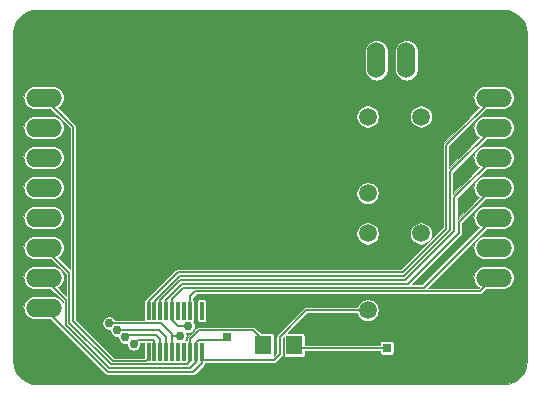
<source format=gbr>
%TF.GenerationSoftware,KiCad,Pcbnew,(5.1.10)-1*%
%TF.CreationDate,2022-10-31T15:34:45+09:00*%
%TF.ProjectId,IM920sL_module,494d3932-3073-44c5-9f6d-6f64756c652e,rev?*%
%TF.SameCoordinates,Original*%
%TF.FileFunction,Copper,L1,Top*%
%TF.FilePolarity,Positive*%
%FSLAX46Y46*%
G04 Gerber Fmt 4.6, Leading zero omitted, Abs format (unit mm)*
G04 Created by KiCad (PCBNEW (5.1.10)-1) date 2022-10-31 15:34:45*
%MOMM*%
%LPD*%
G01*
G04 APERTURE LIST*
%TA.AperFunction,ComponentPad*%
%ADD10O,3.048000X1.524000*%
%TD*%
%TA.AperFunction,SMDPad,CuDef*%
%ADD11R,0.800000X0.800000*%
%TD*%
%TA.AperFunction,SMDPad,CuDef*%
%ADD12R,1.400000X1.650000*%
%TD*%
%TA.AperFunction,ComponentPad*%
%ADD13O,1.524000X3.048000*%
%TD*%
%TA.AperFunction,SMDPad,CuDef*%
%ADD14R,0.800000X0.700000*%
%TD*%
%TA.AperFunction,SMDPad,CuDef*%
%ADD15R,0.350000X1.600000*%
%TD*%
%TA.AperFunction,SMDPad,CuDef*%
%ADD16R,0.300000X1.600000*%
%TD*%
%TA.AperFunction,ComponentPad*%
%ADD17C,1.508000*%
%TD*%
%TA.AperFunction,ViaPad*%
%ADD18C,0.756400*%
%TD*%
%TA.AperFunction,Conductor*%
%ADD19C,0.152400*%
%TD*%
%TA.AperFunction,Conductor*%
%ADD20C,0.076200*%
%TD*%
%TA.AperFunction,Conductor*%
%ADD21C,0.100000*%
%TD*%
G04 APERTURE END LIST*
D10*
%TO.P,JP1,8*%
%TO.N,/RESET*%
X129300612Y-114363600D03*
%TO.P,JP1,7*%
%TO.N,/VCC*%
X129300612Y-111823600D03*
%TO.P,JP1,6*%
%TO.N,/STATUS*%
X129300612Y-109283600D03*
%TO.P,JP1,5*%
%TO.N,/P9*%
X129300612Y-106743600D03*
%TO.P,JP1,4*%
%TO.N,/P7*%
X129300612Y-104203600D03*
%TO.P,JP1,3*%
%TO.N,/P5*%
X129300612Y-101663600D03*
%TO.P,JP1,2*%
%TO.N,/P3*%
X129300612Y-99123600D03*
%TO.P,JP1,1*%
%TO.N,/P1*%
X129300612Y-96583600D03*
%TD*%
%TO.P,JP2,8*%
%TO.N,GND*%
X167400612Y-114363600D03*
%TO.P,JP2,7*%
%TO.N,/REG*%
X167400612Y-111823600D03*
%TO.P,JP2,6*%
%TO.N,Net-(JP2-Pad6)*%
X167400612Y-109283600D03*
%TO.P,JP2,5*%
%TO.N,/P10*%
X167400612Y-106743600D03*
%TO.P,JP2,4*%
%TO.N,/P8*%
X167400612Y-104203600D03*
%TO.P,JP2,3*%
%TO.N,/P6*%
X167400612Y-101663600D03*
%TO.P,JP2,2*%
%TO.N,/P4*%
X167400612Y-99123600D03*
%TO.P,JP2,1*%
%TO.N,/P2*%
X167400612Y-96583600D03*
%TD*%
D11*
%TO.P,STATUS,K*%
%TO.N,GND*%
X159990612Y-117773600D03*
%TO.P,STATUS,A*%
%TO.N,Net-(LED1-PadA)*%
X158340612Y-117773600D03*
%TD*%
D12*
%TO.P,R1,LEFT*%
%TO.N,Net-(LED1-PadA)*%
X150500612Y-117553600D03*
%TO.P,R1,RIGHT*%
%TO.N,/STATUS*%
X147900612Y-117553600D03*
%TD*%
D13*
%TO.P,AD_MODE1,2*%
%TO.N,/P8*%
X160020612Y-93423600D03*
%TO.P,AD_MODE1,1*%
%TO.N,/VCC*%
X157480612Y-93423600D03*
%TD*%
D14*
%TO.P,C1,P$2*%
%TO.N,GND*%
X144790612Y-115473600D03*
%TO.P,C1,P$1*%
%TO.N,/VCC*%
X144790612Y-116873600D03*
%TD*%
D15*
%TO.P,CN1,IO2*%
%TO.N,/P2*%
X138180612Y-114623600D03*
D16*
%TO.P,CN1,IO4*%
%TO.N,/P4*%
X138680612Y-114623600D03*
%TO.P,CN1,IO6/RXD*%
%TO.N,/P6*%
X139180612Y-114623600D03*
%TO.P,CN1,IO8*%
%TO.N,/P8*%
X139680612Y-114623600D03*
%TO.P,CN1,IO10*%
%TO.N,/P10*%
X140180612Y-114623600D03*
%TO.P,CN1,RSV2*%
%TO.N,Net-(CN1-PadRSV2)*%
X140680612Y-114623600D03*
%TO.P,CN1,RSV4*%
%TO.N,Net-(CN1-PadRSV4)*%
X141180612Y-114623600D03*
%TO.P,CN1,REG*%
%TO.N,/REG*%
X141680612Y-114623600D03*
%TO.P,CN1,GND*%
%TO.N,GND*%
X142180612Y-114623600D03*
D15*
%TO.P,CN1,RSV5*%
%TO.N,Net-(CN1-PadRSV5)*%
X142680612Y-114623600D03*
%TO.P,CN1,RESET*%
%TO.N,/RESET*%
X142680612Y-118123600D03*
D16*
%TO.P,CN1,VCC*%
%TO.N,/VCC*%
X142180612Y-118123600D03*
%TO.P,CN1,STATUS*%
%TO.N,/STATUS*%
X141680612Y-118123600D03*
%TO.P,CN1,RSV3*%
%TO.N,Net-(CN1-PadRSV3)*%
X141180612Y-118123600D03*
%TO.P,CN1,RSV1*%
%TO.N,Net-(CN1-PadRSV1)*%
X140680612Y-118123600D03*
%TO.P,CN1,IO9*%
%TO.N,/P9*%
X140180612Y-118123600D03*
%TO.P,CN1,IO7/TXD*%
%TO.N,/P7*%
X139680612Y-118123600D03*
%TO.P,CN1,IO5*%
%TO.N,/P5*%
X139180612Y-118123600D03*
%TO.P,CN1,IO3*%
%TO.N,/P3*%
X138680612Y-118123600D03*
D15*
%TO.P,CN1,IO1/BUSY*%
%TO.N,/P1*%
X138180612Y-118123600D03*
%TD*%
D17*
%TO.P,SW1,REG*%
%TO.N,/REG*%
X156730612Y-104693600D03*
%TO.P,SW1,T3*%
%TO.N,N/C*%
X156730612Y-98193600D03*
%TO.P,SW1,T2*%
%TO.N,GND*%
X161230612Y-104693600D03*
%TO.P,SW1,T1*%
%TO.N,N/C*%
X161230612Y-98193600D03*
%TD*%
%TO.P,SW2,RESET*%
%TO.N,/RESET*%
X156730612Y-114593600D03*
%TO.P,SW2,T3*%
%TO.N,N/C*%
X156730612Y-108093600D03*
%TO.P,SW2,T2*%
%TO.N,GND*%
X161230612Y-114593600D03*
%TO.P,SW2,T1*%
%TO.N,N/C*%
X161230612Y-108093600D03*
%TD*%
D18*
%TO.N,/P9*%
X134830612Y-115673600D03*
X140830612Y-116754200D03*
%TO.N,/P7*%
X135509049Y-116280400D03*
%TO.N,/P5*%
X136189487Y-116885200D03*
%TO.N,/P3*%
X136908468Y-117451457D03*
%TO.N,/P10*%
X141530612Y-115954200D03*
%TD*%
D19*
%TO.N,/RESET*%
X142680612Y-118123600D02*
X142680612Y-117573600D01*
X148793968Y-118810244D02*
X142767255Y-118810244D01*
X149272012Y-118332200D02*
X148793968Y-118810244D01*
X149272012Y-116845718D02*
X149272012Y-118332200D01*
X151524130Y-114593600D02*
X149272012Y-116845718D01*
X156730612Y-114593600D02*
X151524130Y-114593600D01*
X141978600Y-119781400D02*
X142680612Y-119079388D01*
X134718412Y-119781400D02*
X141978600Y-119781400D01*
X129300612Y-114363600D02*
X134718412Y-119781400D01*
X142680612Y-118723601D02*
X142767255Y-118810244D01*
X142680612Y-118123600D02*
X142680612Y-118723601D01*
X142680612Y-119079388D02*
X142680612Y-118123600D01*
%TO.N,/VCC*%
X142180612Y-118123600D02*
X142180612Y-117323600D01*
X144590612Y-117073600D02*
X144790612Y-116873600D01*
X144590612Y-117073600D02*
X142430612Y-117073600D01*
X142180612Y-117323600D02*
X142430612Y-117073600D01*
X142180612Y-118123600D02*
X142159212Y-118145000D01*
X142180612Y-118985082D02*
X142180612Y-118123600D01*
X141689094Y-119476600D02*
X142180612Y-118985082D01*
X134850612Y-119476600D02*
X141689094Y-119476600D01*
X131180612Y-113703600D02*
X131180612Y-115806600D01*
X131180612Y-115806600D02*
X134850612Y-119476600D01*
X129300612Y-111823600D02*
X131180612Y-113703600D01*
%TO.N,/STATUS*%
X141680612Y-118123600D02*
X141680612Y-117023600D01*
X141680612Y-117023600D02*
X142430612Y-116273600D01*
X147900612Y-117553600D02*
X147900612Y-117143600D01*
X147030612Y-116273600D02*
X142430612Y-116273600D01*
X147900612Y-117143600D02*
X147030612Y-116273600D01*
X129323537Y-109283600D02*
X129300612Y-109283600D01*
X131485412Y-111445475D02*
X129323537Y-109283600D01*
X131485412Y-115680344D02*
X131485412Y-111445475D01*
X134976868Y-119171800D02*
X131485412Y-115680344D01*
X141430612Y-119171800D02*
X134976868Y-119171800D01*
X141680612Y-118921800D02*
X141430612Y-119171800D01*
X141680612Y-118123600D02*
X141680612Y-118921800D01*
%TO.N,/P9*%
X140180612Y-118123600D02*
X140130612Y-118073600D01*
X140180612Y-118123600D02*
X140180612Y-116773600D01*
X140180612Y-116773600D02*
X140180612Y-116623600D01*
X140180612Y-116623600D02*
X139230612Y-115673600D01*
X139230612Y-115673600D02*
X134830612Y-115673600D01*
X140830612Y-116754200D02*
X140200012Y-116754200D01*
X140200012Y-116754200D02*
X140180612Y-116773600D01*
%TO.N,/P7*%
X139680612Y-118123600D02*
X139680612Y-116854657D01*
X139104355Y-116278400D02*
X135511049Y-116278400D01*
X135509049Y-116280400D02*
X135511049Y-116278400D01*
X139680612Y-116854657D02*
X139104355Y-116278400D01*
%TO.N,/P5*%
X139180612Y-118123600D02*
X139180612Y-117033200D01*
X139180612Y-117033200D02*
X138830612Y-116683200D01*
X138830612Y-116683200D02*
X136391487Y-116683200D01*
X136391487Y-116683200D02*
X136189487Y-116885200D01*
%TO.N,/P3*%
X138680612Y-118123600D02*
X138684212Y-118120000D01*
X138680612Y-117237118D02*
X138680612Y-118123600D01*
X138517094Y-117073600D02*
X138680612Y-117237118D01*
X137286324Y-117073600D02*
X138517094Y-117073600D01*
X136908468Y-117451457D02*
X137286324Y-117073600D01*
%TO.N,/P1*%
X131790212Y-99073200D02*
X129300612Y-96583600D01*
X131790212Y-115503600D02*
X131790212Y-99073200D01*
X135153612Y-118867000D02*
X131790212Y-115503600D01*
X137930612Y-118867000D02*
X135153612Y-118867000D01*
X138180612Y-118617000D02*
X137930612Y-118867000D01*
X138180612Y-118123600D02*
X138180612Y-118617000D01*
%TO.N,/REG*%
X141680612Y-114623600D02*
X141680612Y-113423600D01*
X141680612Y-113423600D02*
X142130612Y-112973600D01*
X166250612Y-112973600D02*
X167400612Y-111823600D01*
X142130612Y-112973600D02*
X166250612Y-112973600D01*
%TO.N,/P10*%
X140180612Y-114623600D02*
X140180612Y-113623600D01*
X140180612Y-113623600D02*
X141135412Y-112668800D01*
X167400612Y-106743600D02*
X167400612Y-106783600D01*
X140180612Y-114623600D02*
X140180612Y-115423600D01*
X140711212Y-115954200D02*
X141530612Y-115954200D01*
X140180612Y-115423600D02*
X140711212Y-115954200D01*
X161475412Y-112668800D02*
X167400612Y-106743600D01*
X141135412Y-112668800D02*
X161475412Y-112668800D01*
%TO.N,/P8*%
X139680612Y-113692544D02*
X139680612Y-114623600D01*
X141009155Y-112364000D02*
X139680612Y-113692544D01*
X164480612Y-107103600D02*
X164480612Y-108019388D01*
X167380612Y-104203600D02*
X164480612Y-107103600D01*
X167400612Y-104203600D02*
X167380612Y-104203600D01*
X160136000Y-112364000D02*
X164480612Y-108019388D01*
X141009155Y-112364000D02*
X160136000Y-112364000D01*
%TO.N,/P6*%
X164075812Y-107846288D02*
X164075812Y-104988400D01*
X164075812Y-104988400D02*
X167400612Y-101663600D01*
X159862900Y-112059200D02*
X164075812Y-107846288D01*
X140882899Y-112059200D02*
X159862900Y-112059200D01*
X139180612Y-113761488D02*
X140882899Y-112059200D01*
X139180612Y-114623600D02*
X139180612Y-113761488D01*
%TO.N,/P4*%
X138702012Y-114602200D02*
X138680612Y-114623600D01*
X138702012Y-113809032D02*
X138702012Y-114602200D01*
X159810621Y-111673600D02*
X140837443Y-111673600D01*
X163680612Y-107803609D02*
X159810621Y-111673600D01*
X140837443Y-111673600D02*
X138702012Y-113809032D01*
X163680612Y-102843600D02*
X163680612Y-107803609D01*
X167400612Y-99123600D02*
X163680612Y-102843600D01*
%TO.N,/P2*%
X163365083Y-107688072D02*
X163365083Y-100619129D01*
X159684355Y-111368800D02*
X163365083Y-107688072D01*
X140635412Y-111368800D02*
X159684355Y-111368800D01*
X138180612Y-113823600D02*
X140635412Y-111368800D01*
X163365083Y-100619129D02*
X167400612Y-96583600D01*
X138180612Y-114623600D02*
X138180612Y-113823600D01*
%TO.N,Net-(LED1-PadA)*%
X158340612Y-117773600D02*
X158330612Y-117783600D01*
X150500612Y-117553600D02*
X150700612Y-117753600D01*
X150720612Y-117773600D02*
X150500612Y-117553600D01*
X158340612Y-117773600D02*
X150720612Y-117773600D01*
%TD*%
D20*
%TO.N,GND*%
X168636154Y-89203886D02*
X168997981Y-89313128D01*
X169331696Y-89490569D01*
X169624594Y-89729450D01*
X169865510Y-90020668D01*
X170045277Y-90353140D01*
X170157042Y-90714194D01*
X170196861Y-91093048D01*
X170196899Y-91103821D01*
X170196900Y-91103831D01*
X170196899Y-118900512D01*
X170159714Y-119279754D01*
X170050472Y-119641580D01*
X169873031Y-119975297D01*
X169634150Y-120268194D01*
X169342932Y-120509110D01*
X169010461Y-120688876D01*
X168649406Y-120800642D01*
X168270552Y-120840461D01*
X168259779Y-120840499D01*
X128683088Y-120840499D01*
X128303846Y-120803314D01*
X127942020Y-120694072D01*
X127608303Y-120516631D01*
X127315406Y-120277750D01*
X127074490Y-119986532D01*
X126894724Y-119654061D01*
X126782958Y-119293006D01*
X126743139Y-118914152D01*
X126743101Y-118903379D01*
X126743101Y-106743600D01*
X127581504Y-106743600D01*
X127599895Y-106930323D01*
X127654360Y-107109869D01*
X127742806Y-107275341D01*
X127861834Y-107420378D01*
X128006871Y-107539406D01*
X128172343Y-107627852D01*
X128351889Y-107682317D01*
X128491827Y-107696100D01*
X130109397Y-107696100D01*
X130249335Y-107682317D01*
X130428881Y-107627852D01*
X130594353Y-107539406D01*
X130739390Y-107420378D01*
X130858418Y-107275341D01*
X130946864Y-107109869D01*
X131001329Y-106930323D01*
X131019720Y-106743600D01*
X131001329Y-106556877D01*
X130946864Y-106377331D01*
X130858418Y-106211859D01*
X130739390Y-106066822D01*
X130594353Y-105947794D01*
X130428881Y-105859348D01*
X130249335Y-105804883D01*
X130109397Y-105791100D01*
X128491827Y-105791100D01*
X128351889Y-105804883D01*
X128172343Y-105859348D01*
X128006871Y-105947794D01*
X127861834Y-106066822D01*
X127742806Y-106211859D01*
X127654360Y-106377331D01*
X127599895Y-106556877D01*
X127581504Y-106743600D01*
X126743101Y-106743600D01*
X126743101Y-104203600D01*
X127581504Y-104203600D01*
X127599895Y-104390323D01*
X127654360Y-104569869D01*
X127742806Y-104735341D01*
X127861834Y-104880378D01*
X128006871Y-104999406D01*
X128172343Y-105087852D01*
X128351889Y-105142317D01*
X128491827Y-105156100D01*
X130109397Y-105156100D01*
X130249335Y-105142317D01*
X130428881Y-105087852D01*
X130594353Y-104999406D01*
X130739390Y-104880378D01*
X130858418Y-104735341D01*
X130946864Y-104569869D01*
X131001329Y-104390323D01*
X131019720Y-104203600D01*
X131001329Y-104016877D01*
X130946864Y-103837331D01*
X130858418Y-103671859D01*
X130739390Y-103526822D01*
X130594353Y-103407794D01*
X130428881Y-103319348D01*
X130249335Y-103264883D01*
X130109397Y-103251100D01*
X128491827Y-103251100D01*
X128351889Y-103264883D01*
X128172343Y-103319348D01*
X128006871Y-103407794D01*
X127861834Y-103526822D01*
X127742806Y-103671859D01*
X127654360Y-103837331D01*
X127599895Y-104016877D01*
X127581504Y-104203600D01*
X126743101Y-104203600D01*
X126743101Y-101663600D01*
X127581504Y-101663600D01*
X127599895Y-101850323D01*
X127654360Y-102029869D01*
X127742806Y-102195341D01*
X127861834Y-102340378D01*
X128006871Y-102459406D01*
X128172343Y-102547852D01*
X128351889Y-102602317D01*
X128491827Y-102616100D01*
X130109397Y-102616100D01*
X130249335Y-102602317D01*
X130428881Y-102547852D01*
X130594353Y-102459406D01*
X130739390Y-102340378D01*
X130858418Y-102195341D01*
X130946864Y-102029869D01*
X131001329Y-101850323D01*
X131019720Y-101663600D01*
X131001329Y-101476877D01*
X130946864Y-101297331D01*
X130858418Y-101131859D01*
X130739390Y-100986822D01*
X130594353Y-100867794D01*
X130428881Y-100779348D01*
X130249335Y-100724883D01*
X130109397Y-100711100D01*
X128491827Y-100711100D01*
X128351889Y-100724883D01*
X128172343Y-100779348D01*
X128006871Y-100867794D01*
X127861834Y-100986822D01*
X127742806Y-101131859D01*
X127654360Y-101297331D01*
X127599895Y-101476877D01*
X127581504Y-101663600D01*
X126743101Y-101663600D01*
X126743101Y-99123600D01*
X127581504Y-99123600D01*
X127599895Y-99310323D01*
X127654360Y-99489869D01*
X127742806Y-99655341D01*
X127861834Y-99800378D01*
X128006871Y-99919406D01*
X128172343Y-100007852D01*
X128351889Y-100062317D01*
X128491827Y-100076100D01*
X130109397Y-100076100D01*
X130249335Y-100062317D01*
X130428881Y-100007852D01*
X130594353Y-99919406D01*
X130739390Y-99800378D01*
X130858418Y-99655341D01*
X130946864Y-99489869D01*
X131001329Y-99310323D01*
X131019720Y-99123600D01*
X131001329Y-98936877D01*
X130946864Y-98757331D01*
X130858418Y-98591859D01*
X130739390Y-98446822D01*
X130594353Y-98327794D01*
X130428881Y-98239348D01*
X130249335Y-98184883D01*
X130109397Y-98171100D01*
X128491827Y-98171100D01*
X128351889Y-98184883D01*
X128172343Y-98239348D01*
X128006871Y-98327794D01*
X127861834Y-98446822D01*
X127742806Y-98591859D01*
X127654360Y-98757331D01*
X127599895Y-98936877D01*
X127581504Y-99123600D01*
X126743101Y-99123600D01*
X126743101Y-96583600D01*
X127581504Y-96583600D01*
X127599895Y-96770323D01*
X127654360Y-96949869D01*
X127742806Y-97115341D01*
X127861834Y-97260378D01*
X128006871Y-97379406D01*
X128172343Y-97467852D01*
X128351889Y-97522317D01*
X128491827Y-97536100D01*
X129875942Y-97536100D01*
X131523513Y-99183672D01*
X131523512Y-111106404D01*
X130530593Y-110113486D01*
X130594353Y-110079406D01*
X130739390Y-109960378D01*
X130858418Y-109815341D01*
X130946864Y-109649869D01*
X131001329Y-109470323D01*
X131019720Y-109283600D01*
X131001329Y-109096877D01*
X130946864Y-108917331D01*
X130858418Y-108751859D01*
X130739390Y-108606822D01*
X130594353Y-108487794D01*
X130428881Y-108399348D01*
X130249335Y-108344883D01*
X130109397Y-108331100D01*
X128491827Y-108331100D01*
X128351889Y-108344883D01*
X128172343Y-108399348D01*
X128006871Y-108487794D01*
X127861834Y-108606822D01*
X127742806Y-108751859D01*
X127654360Y-108917331D01*
X127599895Y-109096877D01*
X127581504Y-109283600D01*
X127599895Y-109470323D01*
X127654360Y-109649869D01*
X127742806Y-109815341D01*
X127861834Y-109960378D01*
X128006871Y-110079406D01*
X128172343Y-110167852D01*
X128351889Y-110222317D01*
X128491827Y-110236100D01*
X129898867Y-110236100D01*
X131218713Y-111555947D01*
X131218713Y-113364530D01*
X130515654Y-112661471D01*
X130594353Y-112619406D01*
X130739390Y-112500378D01*
X130858418Y-112355341D01*
X130946864Y-112189869D01*
X131001329Y-112010323D01*
X131019720Y-111823600D01*
X131001329Y-111636877D01*
X130946864Y-111457331D01*
X130858418Y-111291859D01*
X130739390Y-111146822D01*
X130594353Y-111027794D01*
X130428881Y-110939348D01*
X130249335Y-110884883D01*
X130109397Y-110871100D01*
X128491827Y-110871100D01*
X128351889Y-110884883D01*
X128172343Y-110939348D01*
X128006871Y-111027794D01*
X127861834Y-111146822D01*
X127742806Y-111291859D01*
X127654360Y-111457331D01*
X127599895Y-111636877D01*
X127581504Y-111823600D01*
X127599895Y-112010323D01*
X127654360Y-112189869D01*
X127742806Y-112355341D01*
X127861834Y-112500378D01*
X128006871Y-112619406D01*
X128172343Y-112707852D01*
X128351889Y-112762317D01*
X128491827Y-112776100D01*
X129875942Y-112776100D01*
X130913912Y-113814071D01*
X130913912Y-113935682D01*
X130858418Y-113831859D01*
X130739390Y-113686822D01*
X130594353Y-113567794D01*
X130428881Y-113479348D01*
X130249335Y-113424883D01*
X130109397Y-113411100D01*
X128491827Y-113411100D01*
X128351889Y-113424883D01*
X128172343Y-113479348D01*
X128006871Y-113567794D01*
X127861834Y-113686822D01*
X127742806Y-113831859D01*
X127654360Y-113997331D01*
X127599895Y-114176877D01*
X127581504Y-114363600D01*
X127599895Y-114550323D01*
X127654360Y-114729869D01*
X127742806Y-114895341D01*
X127861834Y-115040378D01*
X128006871Y-115159406D01*
X128172343Y-115247852D01*
X128351889Y-115302317D01*
X128491827Y-115316100D01*
X129875942Y-115316100D01*
X134520558Y-119960716D01*
X134528914Y-119970898D01*
X134569525Y-120004226D01*
X134615857Y-120028990D01*
X134666130Y-120044241D01*
X134705314Y-120048100D01*
X134705315Y-120048100D01*
X134718411Y-120049390D01*
X134731507Y-120048100D01*
X141965504Y-120048100D01*
X141978600Y-120049390D01*
X141991696Y-120048100D01*
X141991698Y-120048100D01*
X142030882Y-120044241D01*
X142081155Y-120028990D01*
X142127487Y-120004226D01*
X142168098Y-119970898D01*
X142176454Y-119960716D01*
X142859933Y-119277238D01*
X142870110Y-119268886D01*
X142903438Y-119228275D01*
X142928202Y-119181943D01*
X142943453Y-119131670D01*
X142947312Y-119092486D01*
X142947312Y-119092484D01*
X142947509Y-119090485D01*
X142961960Y-119082761D01*
X142969048Y-119076944D01*
X148780872Y-119076944D01*
X148793968Y-119078234D01*
X148807064Y-119076944D01*
X148807066Y-119076944D01*
X148846250Y-119073085D01*
X148896523Y-119057834D01*
X148942855Y-119033070D01*
X148983466Y-118999742D01*
X148991822Y-118989560D01*
X149451328Y-118530054D01*
X149461510Y-118521698D01*
X149494838Y-118481087D01*
X149519602Y-118434755D01*
X149534853Y-118384482D01*
X149538712Y-118345298D01*
X149538712Y-118345297D01*
X149540002Y-118332201D01*
X149538712Y-118319105D01*
X149538712Y-116956188D01*
X149609191Y-116885709D01*
X149609191Y-118378600D01*
X149612869Y-118415944D01*
X149623762Y-118451854D01*
X149641451Y-118484948D01*
X149665257Y-118513955D01*
X149694264Y-118537761D01*
X149727358Y-118555450D01*
X149763268Y-118566343D01*
X149800612Y-118570021D01*
X151200612Y-118570021D01*
X151237956Y-118566343D01*
X151273866Y-118555450D01*
X151306960Y-118537761D01*
X151335967Y-118513955D01*
X151359773Y-118484948D01*
X151377462Y-118451854D01*
X151388355Y-118415944D01*
X151392033Y-118378600D01*
X151392033Y-118040300D01*
X157749191Y-118040300D01*
X157749191Y-118173600D01*
X157752869Y-118210944D01*
X157763762Y-118246854D01*
X157781451Y-118279948D01*
X157805257Y-118308955D01*
X157834264Y-118332761D01*
X157867358Y-118350450D01*
X157903268Y-118361343D01*
X157940612Y-118365021D01*
X158740612Y-118365021D01*
X158777956Y-118361343D01*
X158813866Y-118350450D01*
X158846960Y-118332761D01*
X158875967Y-118308955D01*
X158899773Y-118279948D01*
X158917462Y-118246854D01*
X158928355Y-118210944D01*
X158932033Y-118173600D01*
X158932033Y-117373600D01*
X158928355Y-117336256D01*
X158917462Y-117300346D01*
X158899773Y-117267252D01*
X158875967Y-117238245D01*
X158846960Y-117214439D01*
X158813866Y-117196750D01*
X158777956Y-117185857D01*
X158740612Y-117182179D01*
X157940612Y-117182179D01*
X157903268Y-117185857D01*
X157867358Y-117196750D01*
X157834264Y-117214439D01*
X157805257Y-117238245D01*
X157781451Y-117267252D01*
X157763762Y-117300346D01*
X157752869Y-117336256D01*
X157749191Y-117373600D01*
X157749191Y-117506900D01*
X151392033Y-117506900D01*
X151392033Y-116728600D01*
X151388355Y-116691256D01*
X151377462Y-116655346D01*
X151359773Y-116622252D01*
X151335967Y-116593245D01*
X151306960Y-116569439D01*
X151273866Y-116551750D01*
X151237956Y-116540857D01*
X151200612Y-116537179D01*
X149957721Y-116537179D01*
X151634601Y-114860300D01*
X155820659Y-114860300D01*
X155822409Y-114869100D01*
X155893607Y-115040989D01*
X155996971Y-115195684D01*
X156128528Y-115327241D01*
X156283223Y-115430605D01*
X156455112Y-115501803D01*
X156637587Y-115538100D01*
X156823637Y-115538100D01*
X157006112Y-115501803D01*
X157178001Y-115430605D01*
X157332696Y-115327241D01*
X157464253Y-115195684D01*
X157567617Y-115040989D01*
X157638815Y-114869100D01*
X157675112Y-114686625D01*
X157675112Y-114500575D01*
X157638815Y-114318100D01*
X157567617Y-114146211D01*
X157464253Y-113991516D01*
X157332696Y-113859959D01*
X157178001Y-113756595D01*
X157006112Y-113685397D01*
X156823637Y-113649100D01*
X156637587Y-113649100D01*
X156455112Y-113685397D01*
X156283223Y-113756595D01*
X156128528Y-113859959D01*
X155996971Y-113991516D01*
X155893607Y-114146211D01*
X155822409Y-114318100D01*
X155820659Y-114326900D01*
X151537226Y-114326900D01*
X151524130Y-114325610D01*
X151511034Y-114326900D01*
X151511032Y-114326900D01*
X151471848Y-114330759D01*
X151443496Y-114339360D01*
X151421574Y-114346010D01*
X151405483Y-114354611D01*
X151375243Y-114370774D01*
X151334632Y-114404102D01*
X151326281Y-114414278D01*
X149092696Y-116647864D01*
X149082514Y-116656220D01*
X149049186Y-116696831D01*
X149024422Y-116743164D01*
X149009171Y-116793437D01*
X149005312Y-116832620D01*
X149004022Y-116845718D01*
X149005312Y-116858814D01*
X149005313Y-118221729D01*
X148778452Y-118448590D01*
X148788355Y-118415944D01*
X148792033Y-118378600D01*
X148792033Y-116728600D01*
X148788355Y-116691256D01*
X148777462Y-116655346D01*
X148759773Y-116622252D01*
X148735967Y-116593245D01*
X148706960Y-116569439D01*
X148673866Y-116551750D01*
X148637956Y-116540857D01*
X148600612Y-116537179D01*
X147671362Y-116537179D01*
X147228466Y-116094284D01*
X147220110Y-116084102D01*
X147179499Y-116050774D01*
X147133167Y-116026010D01*
X147082894Y-116010759D01*
X147043710Y-116006900D01*
X147043708Y-116006900D01*
X147030612Y-116005610D01*
X147017516Y-116006900D01*
X142443707Y-116006900D01*
X142430611Y-116005610D01*
X142417515Y-116006900D01*
X142417514Y-116006900D01*
X142378330Y-116010759D01*
X142328057Y-116026010D01*
X142281725Y-116050774D01*
X142241114Y-116084102D01*
X142232758Y-116094284D01*
X141501291Y-116825751D01*
X141491115Y-116834102D01*
X141467791Y-116862523D01*
X141457787Y-116874713D01*
X141433023Y-116921045D01*
X141417772Y-116971318D01*
X141412622Y-117023600D01*
X141413913Y-117036706D01*
X141413913Y-117152120D01*
X141403866Y-117146750D01*
X141367956Y-117135857D01*
X141330612Y-117132179D01*
X141256896Y-117132179D01*
X141272350Y-117116725D01*
X141334588Y-117023581D01*
X141377457Y-116920084D01*
X141399312Y-116810212D01*
X141399312Y-116698188D01*
X141377457Y-116588316D01*
X141336459Y-116489336D01*
X141364728Y-116501045D01*
X141474600Y-116522900D01*
X141586624Y-116522900D01*
X141696496Y-116501045D01*
X141799993Y-116458176D01*
X141893137Y-116395938D01*
X141972350Y-116316725D01*
X142034588Y-116223581D01*
X142077457Y-116120084D01*
X142099312Y-116010212D01*
X142099312Y-115898188D01*
X142077457Y-115788316D01*
X142034588Y-115684819D01*
X141972350Y-115591675D01*
X141951502Y-115570827D01*
X141965967Y-115558955D01*
X141989773Y-115529948D01*
X142007462Y-115496854D01*
X142018355Y-115460944D01*
X142022033Y-115423600D01*
X142022033Y-113823600D01*
X142314191Y-113823600D01*
X142314191Y-115423600D01*
X142317869Y-115460944D01*
X142328762Y-115496854D01*
X142346451Y-115529948D01*
X142370257Y-115558955D01*
X142399264Y-115582761D01*
X142432358Y-115600450D01*
X142468268Y-115611343D01*
X142505612Y-115615021D01*
X142855612Y-115615021D01*
X142892956Y-115611343D01*
X142928866Y-115600450D01*
X142961960Y-115582761D01*
X142990967Y-115558955D01*
X143014773Y-115529948D01*
X143032462Y-115496854D01*
X143043355Y-115460944D01*
X143047033Y-115423600D01*
X143047033Y-113823600D01*
X143043355Y-113786256D01*
X143032462Y-113750346D01*
X143014773Y-113717252D01*
X142990967Y-113688245D01*
X142961960Y-113664439D01*
X142928866Y-113646750D01*
X142892956Y-113635857D01*
X142855612Y-113632179D01*
X142505612Y-113632179D01*
X142468268Y-113635857D01*
X142432358Y-113646750D01*
X142399264Y-113664439D01*
X142370257Y-113688245D01*
X142346451Y-113717252D01*
X142328762Y-113750346D01*
X142317869Y-113786256D01*
X142314191Y-113823600D01*
X142022033Y-113823600D01*
X142018355Y-113786256D01*
X142007462Y-113750346D01*
X141989773Y-113717252D01*
X141965967Y-113688245D01*
X141947312Y-113672935D01*
X141947312Y-113534070D01*
X142241082Y-113240300D01*
X166237516Y-113240300D01*
X166250612Y-113241590D01*
X166263708Y-113240300D01*
X166263710Y-113240300D01*
X166302894Y-113236441D01*
X166353167Y-113221190D01*
X166399499Y-113196426D01*
X166440110Y-113163098D01*
X166448466Y-113152916D01*
X166825282Y-112776100D01*
X168209397Y-112776100D01*
X168349335Y-112762317D01*
X168528881Y-112707852D01*
X168694353Y-112619406D01*
X168839390Y-112500378D01*
X168958418Y-112355341D01*
X169046864Y-112189869D01*
X169101329Y-112010323D01*
X169119720Y-111823600D01*
X169101329Y-111636877D01*
X169046864Y-111457331D01*
X168958418Y-111291859D01*
X168839390Y-111146822D01*
X168694353Y-111027794D01*
X168528881Y-110939348D01*
X168349335Y-110884883D01*
X168209397Y-110871100D01*
X166591827Y-110871100D01*
X166451889Y-110884883D01*
X166272343Y-110939348D01*
X166106871Y-111027794D01*
X165961834Y-111146822D01*
X165842806Y-111291859D01*
X165754360Y-111457331D01*
X165699895Y-111636877D01*
X165681504Y-111823600D01*
X165699895Y-112010323D01*
X165754360Y-112189869D01*
X165842806Y-112355341D01*
X165961834Y-112500378D01*
X166106871Y-112619406D01*
X166185570Y-112661471D01*
X166140142Y-112706900D01*
X161814482Y-112706900D01*
X165237782Y-109283600D01*
X165681504Y-109283600D01*
X165699895Y-109470323D01*
X165754360Y-109649869D01*
X165842806Y-109815341D01*
X165961834Y-109960378D01*
X166106871Y-110079406D01*
X166272343Y-110167852D01*
X166451889Y-110222317D01*
X166591827Y-110236100D01*
X168209397Y-110236100D01*
X168349335Y-110222317D01*
X168528881Y-110167852D01*
X168694353Y-110079406D01*
X168839390Y-109960378D01*
X168958418Y-109815341D01*
X169046864Y-109649869D01*
X169101329Y-109470323D01*
X169119720Y-109283600D01*
X169101329Y-109096877D01*
X169046864Y-108917331D01*
X168958418Y-108751859D01*
X168839390Y-108606822D01*
X168694353Y-108487794D01*
X168528881Y-108399348D01*
X168349335Y-108344883D01*
X168209397Y-108331100D01*
X166591827Y-108331100D01*
X166451889Y-108344883D01*
X166272343Y-108399348D01*
X166106871Y-108487794D01*
X165961834Y-108606822D01*
X165842806Y-108751859D01*
X165754360Y-108917331D01*
X165699895Y-109096877D01*
X165681504Y-109283600D01*
X165237782Y-109283600D01*
X166825282Y-107696100D01*
X168209397Y-107696100D01*
X168349335Y-107682317D01*
X168528881Y-107627852D01*
X168694353Y-107539406D01*
X168839390Y-107420378D01*
X168958418Y-107275341D01*
X169046864Y-107109869D01*
X169101329Y-106930323D01*
X169119720Y-106743600D01*
X169101329Y-106556877D01*
X169046864Y-106377331D01*
X168958418Y-106211859D01*
X168839390Y-106066822D01*
X168694353Y-105947794D01*
X168528881Y-105859348D01*
X168349335Y-105804883D01*
X168209397Y-105791100D01*
X166591827Y-105791100D01*
X166451889Y-105804883D01*
X166272343Y-105859348D01*
X166106871Y-105947794D01*
X165961834Y-106066822D01*
X165842806Y-106211859D01*
X165754360Y-106377331D01*
X165699895Y-106556877D01*
X165681504Y-106743600D01*
X165699895Y-106930323D01*
X165754360Y-107109869D01*
X165842806Y-107275341D01*
X165961834Y-107420378D01*
X166106871Y-107539406D01*
X166185571Y-107581471D01*
X161364942Y-112402100D01*
X160475070Y-112402100D01*
X164659928Y-108217242D01*
X164670110Y-108208886D01*
X164703438Y-108168275D01*
X164728202Y-108121943D01*
X164743453Y-108071670D01*
X164747312Y-108032486D01*
X164747312Y-108032485D01*
X164748602Y-108019389D01*
X164747312Y-108006293D01*
X164747312Y-107214070D01*
X166805282Y-105156100D01*
X168209397Y-105156100D01*
X168349335Y-105142317D01*
X168528881Y-105087852D01*
X168694353Y-104999406D01*
X168839390Y-104880378D01*
X168958418Y-104735341D01*
X169046864Y-104569869D01*
X169101329Y-104390323D01*
X169119720Y-104203600D01*
X169101329Y-104016877D01*
X169046864Y-103837331D01*
X168958418Y-103671859D01*
X168839390Y-103526822D01*
X168694353Y-103407794D01*
X168528881Y-103319348D01*
X168349335Y-103264883D01*
X168209397Y-103251100D01*
X166591827Y-103251100D01*
X166451889Y-103264883D01*
X166272343Y-103319348D01*
X166106871Y-103407794D01*
X165961834Y-103526822D01*
X165842806Y-103671859D01*
X165754360Y-103837331D01*
X165699895Y-104016877D01*
X165681504Y-104203600D01*
X165699895Y-104390323D01*
X165754360Y-104569869D01*
X165842806Y-104735341D01*
X165961834Y-104880378D01*
X166106871Y-104999406D01*
X166172537Y-105034505D01*
X164342512Y-106864530D01*
X164342512Y-105098870D01*
X166825282Y-102616100D01*
X168209397Y-102616100D01*
X168349335Y-102602317D01*
X168528881Y-102547852D01*
X168694353Y-102459406D01*
X168839390Y-102340378D01*
X168958418Y-102195341D01*
X169046864Y-102029869D01*
X169101329Y-101850323D01*
X169119720Y-101663600D01*
X169101329Y-101476877D01*
X169046864Y-101297331D01*
X168958418Y-101131859D01*
X168839390Y-100986822D01*
X168694353Y-100867794D01*
X168528881Y-100779348D01*
X168349335Y-100724883D01*
X168209397Y-100711100D01*
X166591827Y-100711100D01*
X166451889Y-100724883D01*
X166272343Y-100779348D01*
X166106871Y-100867794D01*
X165961834Y-100986822D01*
X165842806Y-101131859D01*
X165754360Y-101297331D01*
X165699895Y-101476877D01*
X165681504Y-101663600D01*
X165699895Y-101850323D01*
X165754360Y-102029869D01*
X165842806Y-102195341D01*
X165961834Y-102340378D01*
X166106871Y-102459406D01*
X166185571Y-102501471D01*
X163947312Y-104739730D01*
X163947312Y-102954070D01*
X166825283Y-100076100D01*
X168209397Y-100076100D01*
X168349335Y-100062317D01*
X168528881Y-100007852D01*
X168694353Y-99919406D01*
X168839390Y-99800378D01*
X168958418Y-99655341D01*
X169046864Y-99489869D01*
X169101329Y-99310323D01*
X169119720Y-99123600D01*
X169101329Y-98936877D01*
X169046864Y-98757331D01*
X168958418Y-98591859D01*
X168839390Y-98446822D01*
X168694353Y-98327794D01*
X168528881Y-98239348D01*
X168349335Y-98184883D01*
X168209397Y-98171100D01*
X166591827Y-98171100D01*
X166451889Y-98184883D01*
X166272343Y-98239348D01*
X166106871Y-98327794D01*
X165961834Y-98446822D01*
X165842806Y-98591859D01*
X165754360Y-98757331D01*
X165699895Y-98936877D01*
X165681504Y-99123600D01*
X165699895Y-99310323D01*
X165754360Y-99489869D01*
X165842806Y-99655341D01*
X165961834Y-99800378D01*
X166106871Y-99919406D01*
X166185570Y-99961471D01*
X163631783Y-102515259D01*
X163631783Y-100729599D01*
X166825283Y-97536100D01*
X168209397Y-97536100D01*
X168349335Y-97522317D01*
X168528881Y-97467852D01*
X168694353Y-97379406D01*
X168839390Y-97260378D01*
X168958418Y-97115341D01*
X169046864Y-96949869D01*
X169101329Y-96770323D01*
X169119720Y-96583600D01*
X169101329Y-96396877D01*
X169046864Y-96217331D01*
X168958418Y-96051859D01*
X168839390Y-95906822D01*
X168694353Y-95787794D01*
X168528881Y-95699348D01*
X168349335Y-95644883D01*
X168209397Y-95631100D01*
X166591827Y-95631100D01*
X166451889Y-95644883D01*
X166272343Y-95699348D01*
X166106871Y-95787794D01*
X165961834Y-95906822D01*
X165842806Y-96051859D01*
X165754360Y-96217331D01*
X165699895Y-96396877D01*
X165681504Y-96583600D01*
X165699895Y-96770323D01*
X165754360Y-96949869D01*
X165842806Y-97115341D01*
X165961834Y-97260378D01*
X166106871Y-97379406D01*
X166185570Y-97421471D01*
X163185762Y-100421280D01*
X163175586Y-100429631D01*
X163167236Y-100439806D01*
X163142258Y-100470242D01*
X163117494Y-100516574D01*
X163102243Y-100566847D01*
X163097093Y-100619129D01*
X163098384Y-100632235D01*
X163098383Y-107577601D01*
X159573885Y-111102100D01*
X140648507Y-111102100D01*
X140635411Y-111100810D01*
X140622315Y-111102100D01*
X140622314Y-111102100D01*
X140583130Y-111105959D01*
X140532857Y-111121210D01*
X140492503Y-111142779D01*
X140486523Y-111145975D01*
X140471029Y-111158691D01*
X140445914Y-111179302D01*
X140437564Y-111189477D01*
X138001291Y-113625751D01*
X137991801Y-113633539D01*
X137968268Y-113635857D01*
X137932358Y-113646750D01*
X137899264Y-113664439D01*
X137870257Y-113688245D01*
X137846451Y-113717252D01*
X137828762Y-113750346D01*
X137817869Y-113786256D01*
X137814191Y-113823600D01*
X137814191Y-115406900D01*
X135335698Y-115406900D01*
X135334588Y-115404219D01*
X135272350Y-115311075D01*
X135193137Y-115231862D01*
X135099993Y-115169624D01*
X134996496Y-115126755D01*
X134886624Y-115104900D01*
X134774600Y-115104900D01*
X134664728Y-115126755D01*
X134561231Y-115169624D01*
X134468087Y-115231862D01*
X134388874Y-115311075D01*
X134326636Y-115404219D01*
X134283767Y-115507716D01*
X134261912Y-115617588D01*
X134261912Y-115729612D01*
X134283767Y-115839484D01*
X134326636Y-115942981D01*
X134388874Y-116036125D01*
X134468087Y-116115338D01*
X134561231Y-116177576D01*
X134664728Y-116220445D01*
X134774600Y-116242300D01*
X134886624Y-116242300D01*
X134940349Y-116231613D01*
X134940349Y-116336412D01*
X134962204Y-116446284D01*
X135005073Y-116549781D01*
X135067311Y-116642925D01*
X135146524Y-116722138D01*
X135239668Y-116784376D01*
X135343165Y-116827245D01*
X135453037Y-116849100D01*
X135565061Y-116849100D01*
X135620787Y-116838015D01*
X135620787Y-116941212D01*
X135642642Y-117051084D01*
X135685511Y-117154581D01*
X135747749Y-117247725D01*
X135826962Y-117326938D01*
X135920106Y-117389176D01*
X136023603Y-117432045D01*
X136133475Y-117453900D01*
X136245499Y-117453900D01*
X136339768Y-117435149D01*
X136339768Y-117507469D01*
X136361623Y-117617341D01*
X136404492Y-117720838D01*
X136466730Y-117813982D01*
X136545943Y-117893195D01*
X136639087Y-117955433D01*
X136742584Y-117998302D01*
X136852456Y-118020157D01*
X136964480Y-118020157D01*
X137074352Y-117998302D01*
X137177849Y-117955433D01*
X137270993Y-117893195D01*
X137350206Y-117813982D01*
X137412444Y-117720838D01*
X137455313Y-117617341D01*
X137477168Y-117507469D01*
X137477168Y-117395445D01*
X137466199Y-117340300D01*
X137814191Y-117340300D01*
X137814191Y-118600300D01*
X135264083Y-118600300D01*
X132056912Y-115393130D01*
X132056912Y-108000575D01*
X155786112Y-108000575D01*
X155786112Y-108186625D01*
X155822409Y-108369100D01*
X155893607Y-108540989D01*
X155996971Y-108695684D01*
X156128528Y-108827241D01*
X156283223Y-108930605D01*
X156455112Y-109001803D01*
X156637587Y-109038100D01*
X156823637Y-109038100D01*
X157006112Y-109001803D01*
X157178001Y-108930605D01*
X157332696Y-108827241D01*
X157464253Y-108695684D01*
X157567617Y-108540989D01*
X157638815Y-108369100D01*
X157675112Y-108186625D01*
X157675112Y-108000575D01*
X160286112Y-108000575D01*
X160286112Y-108186625D01*
X160322409Y-108369100D01*
X160393607Y-108540989D01*
X160496971Y-108695684D01*
X160628528Y-108827241D01*
X160783223Y-108930605D01*
X160955112Y-109001803D01*
X161137587Y-109038100D01*
X161323637Y-109038100D01*
X161506112Y-109001803D01*
X161678001Y-108930605D01*
X161832696Y-108827241D01*
X161964253Y-108695684D01*
X162067617Y-108540989D01*
X162138815Y-108369100D01*
X162175112Y-108186625D01*
X162175112Y-108000575D01*
X162138815Y-107818100D01*
X162067617Y-107646211D01*
X161964253Y-107491516D01*
X161832696Y-107359959D01*
X161678001Y-107256595D01*
X161506112Y-107185397D01*
X161323637Y-107149100D01*
X161137587Y-107149100D01*
X160955112Y-107185397D01*
X160783223Y-107256595D01*
X160628528Y-107359959D01*
X160496971Y-107491516D01*
X160393607Y-107646211D01*
X160322409Y-107818100D01*
X160286112Y-108000575D01*
X157675112Y-108000575D01*
X157638815Y-107818100D01*
X157567617Y-107646211D01*
X157464253Y-107491516D01*
X157332696Y-107359959D01*
X157178001Y-107256595D01*
X157006112Y-107185397D01*
X156823637Y-107149100D01*
X156637587Y-107149100D01*
X156455112Y-107185397D01*
X156283223Y-107256595D01*
X156128528Y-107359959D01*
X155996971Y-107491516D01*
X155893607Y-107646211D01*
X155822409Y-107818100D01*
X155786112Y-108000575D01*
X132056912Y-108000575D01*
X132056912Y-104600575D01*
X155786112Y-104600575D01*
X155786112Y-104786625D01*
X155822409Y-104969100D01*
X155893607Y-105140989D01*
X155996971Y-105295684D01*
X156128528Y-105427241D01*
X156283223Y-105530605D01*
X156455112Y-105601803D01*
X156637587Y-105638100D01*
X156823637Y-105638100D01*
X157006112Y-105601803D01*
X157178001Y-105530605D01*
X157332696Y-105427241D01*
X157464253Y-105295684D01*
X157567617Y-105140989D01*
X157638815Y-104969100D01*
X157675112Y-104786625D01*
X157675112Y-104600575D01*
X157638815Y-104418100D01*
X157567617Y-104246211D01*
X157464253Y-104091516D01*
X157332696Y-103959959D01*
X157178001Y-103856595D01*
X157006112Y-103785397D01*
X156823637Y-103749100D01*
X156637587Y-103749100D01*
X156455112Y-103785397D01*
X156283223Y-103856595D01*
X156128528Y-103959959D01*
X155996971Y-104091516D01*
X155893607Y-104246211D01*
X155822409Y-104418100D01*
X155786112Y-104600575D01*
X132056912Y-104600575D01*
X132056912Y-99086295D01*
X132058202Y-99073199D01*
X132056912Y-99060102D01*
X132053053Y-99020918D01*
X132037802Y-98970645D01*
X132013038Y-98924313D01*
X131979710Y-98883702D01*
X131969534Y-98875351D01*
X131194758Y-98100575D01*
X155786112Y-98100575D01*
X155786112Y-98286625D01*
X155822409Y-98469100D01*
X155893607Y-98640989D01*
X155996971Y-98795684D01*
X156128528Y-98927241D01*
X156283223Y-99030605D01*
X156455112Y-99101803D01*
X156637587Y-99138100D01*
X156823637Y-99138100D01*
X157006112Y-99101803D01*
X157178001Y-99030605D01*
X157332696Y-98927241D01*
X157464253Y-98795684D01*
X157567617Y-98640989D01*
X157638815Y-98469100D01*
X157675112Y-98286625D01*
X157675112Y-98100575D01*
X160286112Y-98100575D01*
X160286112Y-98286625D01*
X160322409Y-98469100D01*
X160393607Y-98640989D01*
X160496971Y-98795684D01*
X160628528Y-98927241D01*
X160783223Y-99030605D01*
X160955112Y-99101803D01*
X161137587Y-99138100D01*
X161323637Y-99138100D01*
X161506112Y-99101803D01*
X161678001Y-99030605D01*
X161832696Y-98927241D01*
X161964253Y-98795684D01*
X162067617Y-98640989D01*
X162138815Y-98469100D01*
X162175112Y-98286625D01*
X162175112Y-98100575D01*
X162138815Y-97918100D01*
X162067617Y-97746211D01*
X161964253Y-97591516D01*
X161832696Y-97459959D01*
X161678001Y-97356595D01*
X161506112Y-97285397D01*
X161323637Y-97249100D01*
X161137587Y-97249100D01*
X160955112Y-97285397D01*
X160783223Y-97356595D01*
X160628528Y-97459959D01*
X160496971Y-97591516D01*
X160393607Y-97746211D01*
X160322409Y-97918100D01*
X160286112Y-98100575D01*
X157675112Y-98100575D01*
X157638815Y-97918100D01*
X157567617Y-97746211D01*
X157464253Y-97591516D01*
X157332696Y-97459959D01*
X157178001Y-97356595D01*
X157006112Y-97285397D01*
X156823637Y-97249100D01*
X156637587Y-97249100D01*
X156455112Y-97285397D01*
X156283223Y-97356595D01*
X156128528Y-97459959D01*
X155996971Y-97591516D01*
X155893607Y-97746211D01*
X155822409Y-97918100D01*
X155786112Y-98100575D01*
X131194758Y-98100575D01*
X130515654Y-97421471D01*
X130594353Y-97379406D01*
X130739390Y-97260378D01*
X130858418Y-97115341D01*
X130946864Y-96949869D01*
X131001329Y-96770323D01*
X131019720Y-96583600D01*
X131001329Y-96396877D01*
X130946864Y-96217331D01*
X130858418Y-96051859D01*
X130739390Y-95906822D01*
X130594353Y-95787794D01*
X130428881Y-95699348D01*
X130249335Y-95644883D01*
X130109397Y-95631100D01*
X128491827Y-95631100D01*
X128351889Y-95644883D01*
X128172343Y-95699348D01*
X128006871Y-95787794D01*
X127861834Y-95906822D01*
X127742806Y-96051859D01*
X127654360Y-96217331D01*
X127599895Y-96396877D01*
X127581504Y-96583600D01*
X126743101Y-96583600D01*
X126743101Y-92614816D01*
X156528112Y-92614816D01*
X156528113Y-94232385D01*
X156541896Y-94372323D01*
X156596361Y-94551869D01*
X156684807Y-94717341D01*
X156803835Y-94862378D01*
X156948872Y-94981406D01*
X157114344Y-95069852D01*
X157293890Y-95124317D01*
X157480612Y-95142708D01*
X157667335Y-95124317D01*
X157846881Y-95069852D01*
X158012353Y-94981406D01*
X158157390Y-94862378D01*
X158276418Y-94717341D01*
X158364864Y-94551869D01*
X158419329Y-94372323D01*
X158433112Y-94232385D01*
X158433112Y-92614816D01*
X159068112Y-92614816D01*
X159068113Y-94232385D01*
X159081896Y-94372323D01*
X159136361Y-94551869D01*
X159224807Y-94717341D01*
X159343835Y-94862378D01*
X159488872Y-94981406D01*
X159654344Y-95069852D01*
X159833890Y-95124317D01*
X160020612Y-95142708D01*
X160207335Y-95124317D01*
X160386881Y-95069852D01*
X160552353Y-94981406D01*
X160697390Y-94862378D01*
X160816418Y-94717341D01*
X160904864Y-94551869D01*
X160959329Y-94372323D01*
X160973112Y-94232385D01*
X160973112Y-92614815D01*
X160959329Y-92474877D01*
X160904864Y-92295331D01*
X160816418Y-92129859D01*
X160697390Y-91984822D01*
X160552353Y-91865794D01*
X160386880Y-91777348D01*
X160207334Y-91722883D01*
X160020612Y-91704492D01*
X159833889Y-91722883D01*
X159654343Y-91777348D01*
X159488871Y-91865794D01*
X159343834Y-91984822D01*
X159224806Y-92129859D01*
X159136360Y-92295332D01*
X159081895Y-92474878D01*
X159068112Y-92614816D01*
X158433112Y-92614816D01*
X158433112Y-92614815D01*
X158419329Y-92474877D01*
X158364864Y-92295331D01*
X158276418Y-92129859D01*
X158157390Y-91984822D01*
X158012353Y-91865794D01*
X157846880Y-91777348D01*
X157667334Y-91722883D01*
X157480612Y-91704492D01*
X157293889Y-91722883D01*
X157114343Y-91777348D01*
X156948871Y-91865794D01*
X156803834Y-91984822D01*
X156684806Y-92129859D01*
X156596360Y-92295332D01*
X156541895Y-92474878D01*
X156528112Y-92614816D01*
X126743101Y-92614816D01*
X126743101Y-91106688D01*
X126780286Y-90727446D01*
X126889528Y-90365619D01*
X127066969Y-90031904D01*
X127305850Y-89739006D01*
X127597068Y-89498090D01*
X127929540Y-89318323D01*
X128290594Y-89206558D01*
X128669448Y-89166739D01*
X128680221Y-89166701D01*
X168256912Y-89166701D01*
X168636154Y-89203886D01*
%TA.AperFunction,Conductor*%
D21*
G36*
X168636154Y-89203886D02*
G01*
X168997981Y-89313128D01*
X169331696Y-89490569D01*
X169624594Y-89729450D01*
X169865510Y-90020668D01*
X170045277Y-90353140D01*
X170157042Y-90714194D01*
X170196861Y-91093048D01*
X170196899Y-91103821D01*
X170196900Y-91103831D01*
X170196899Y-118900512D01*
X170159714Y-119279754D01*
X170050472Y-119641580D01*
X169873031Y-119975297D01*
X169634150Y-120268194D01*
X169342932Y-120509110D01*
X169010461Y-120688876D01*
X168649406Y-120800642D01*
X168270552Y-120840461D01*
X168259779Y-120840499D01*
X128683088Y-120840499D01*
X128303846Y-120803314D01*
X127942020Y-120694072D01*
X127608303Y-120516631D01*
X127315406Y-120277750D01*
X127074490Y-119986532D01*
X126894724Y-119654061D01*
X126782958Y-119293006D01*
X126743139Y-118914152D01*
X126743101Y-118903379D01*
X126743101Y-106743600D01*
X127581504Y-106743600D01*
X127599895Y-106930323D01*
X127654360Y-107109869D01*
X127742806Y-107275341D01*
X127861834Y-107420378D01*
X128006871Y-107539406D01*
X128172343Y-107627852D01*
X128351889Y-107682317D01*
X128491827Y-107696100D01*
X130109397Y-107696100D01*
X130249335Y-107682317D01*
X130428881Y-107627852D01*
X130594353Y-107539406D01*
X130739390Y-107420378D01*
X130858418Y-107275341D01*
X130946864Y-107109869D01*
X131001329Y-106930323D01*
X131019720Y-106743600D01*
X131001329Y-106556877D01*
X130946864Y-106377331D01*
X130858418Y-106211859D01*
X130739390Y-106066822D01*
X130594353Y-105947794D01*
X130428881Y-105859348D01*
X130249335Y-105804883D01*
X130109397Y-105791100D01*
X128491827Y-105791100D01*
X128351889Y-105804883D01*
X128172343Y-105859348D01*
X128006871Y-105947794D01*
X127861834Y-106066822D01*
X127742806Y-106211859D01*
X127654360Y-106377331D01*
X127599895Y-106556877D01*
X127581504Y-106743600D01*
X126743101Y-106743600D01*
X126743101Y-104203600D01*
X127581504Y-104203600D01*
X127599895Y-104390323D01*
X127654360Y-104569869D01*
X127742806Y-104735341D01*
X127861834Y-104880378D01*
X128006871Y-104999406D01*
X128172343Y-105087852D01*
X128351889Y-105142317D01*
X128491827Y-105156100D01*
X130109397Y-105156100D01*
X130249335Y-105142317D01*
X130428881Y-105087852D01*
X130594353Y-104999406D01*
X130739390Y-104880378D01*
X130858418Y-104735341D01*
X130946864Y-104569869D01*
X131001329Y-104390323D01*
X131019720Y-104203600D01*
X131001329Y-104016877D01*
X130946864Y-103837331D01*
X130858418Y-103671859D01*
X130739390Y-103526822D01*
X130594353Y-103407794D01*
X130428881Y-103319348D01*
X130249335Y-103264883D01*
X130109397Y-103251100D01*
X128491827Y-103251100D01*
X128351889Y-103264883D01*
X128172343Y-103319348D01*
X128006871Y-103407794D01*
X127861834Y-103526822D01*
X127742806Y-103671859D01*
X127654360Y-103837331D01*
X127599895Y-104016877D01*
X127581504Y-104203600D01*
X126743101Y-104203600D01*
X126743101Y-101663600D01*
X127581504Y-101663600D01*
X127599895Y-101850323D01*
X127654360Y-102029869D01*
X127742806Y-102195341D01*
X127861834Y-102340378D01*
X128006871Y-102459406D01*
X128172343Y-102547852D01*
X128351889Y-102602317D01*
X128491827Y-102616100D01*
X130109397Y-102616100D01*
X130249335Y-102602317D01*
X130428881Y-102547852D01*
X130594353Y-102459406D01*
X130739390Y-102340378D01*
X130858418Y-102195341D01*
X130946864Y-102029869D01*
X131001329Y-101850323D01*
X131019720Y-101663600D01*
X131001329Y-101476877D01*
X130946864Y-101297331D01*
X130858418Y-101131859D01*
X130739390Y-100986822D01*
X130594353Y-100867794D01*
X130428881Y-100779348D01*
X130249335Y-100724883D01*
X130109397Y-100711100D01*
X128491827Y-100711100D01*
X128351889Y-100724883D01*
X128172343Y-100779348D01*
X128006871Y-100867794D01*
X127861834Y-100986822D01*
X127742806Y-101131859D01*
X127654360Y-101297331D01*
X127599895Y-101476877D01*
X127581504Y-101663600D01*
X126743101Y-101663600D01*
X126743101Y-99123600D01*
X127581504Y-99123600D01*
X127599895Y-99310323D01*
X127654360Y-99489869D01*
X127742806Y-99655341D01*
X127861834Y-99800378D01*
X128006871Y-99919406D01*
X128172343Y-100007852D01*
X128351889Y-100062317D01*
X128491827Y-100076100D01*
X130109397Y-100076100D01*
X130249335Y-100062317D01*
X130428881Y-100007852D01*
X130594353Y-99919406D01*
X130739390Y-99800378D01*
X130858418Y-99655341D01*
X130946864Y-99489869D01*
X131001329Y-99310323D01*
X131019720Y-99123600D01*
X131001329Y-98936877D01*
X130946864Y-98757331D01*
X130858418Y-98591859D01*
X130739390Y-98446822D01*
X130594353Y-98327794D01*
X130428881Y-98239348D01*
X130249335Y-98184883D01*
X130109397Y-98171100D01*
X128491827Y-98171100D01*
X128351889Y-98184883D01*
X128172343Y-98239348D01*
X128006871Y-98327794D01*
X127861834Y-98446822D01*
X127742806Y-98591859D01*
X127654360Y-98757331D01*
X127599895Y-98936877D01*
X127581504Y-99123600D01*
X126743101Y-99123600D01*
X126743101Y-96583600D01*
X127581504Y-96583600D01*
X127599895Y-96770323D01*
X127654360Y-96949869D01*
X127742806Y-97115341D01*
X127861834Y-97260378D01*
X128006871Y-97379406D01*
X128172343Y-97467852D01*
X128351889Y-97522317D01*
X128491827Y-97536100D01*
X129875942Y-97536100D01*
X131523513Y-99183672D01*
X131523512Y-111106404D01*
X130530593Y-110113486D01*
X130594353Y-110079406D01*
X130739390Y-109960378D01*
X130858418Y-109815341D01*
X130946864Y-109649869D01*
X131001329Y-109470323D01*
X131019720Y-109283600D01*
X131001329Y-109096877D01*
X130946864Y-108917331D01*
X130858418Y-108751859D01*
X130739390Y-108606822D01*
X130594353Y-108487794D01*
X130428881Y-108399348D01*
X130249335Y-108344883D01*
X130109397Y-108331100D01*
X128491827Y-108331100D01*
X128351889Y-108344883D01*
X128172343Y-108399348D01*
X128006871Y-108487794D01*
X127861834Y-108606822D01*
X127742806Y-108751859D01*
X127654360Y-108917331D01*
X127599895Y-109096877D01*
X127581504Y-109283600D01*
X127599895Y-109470323D01*
X127654360Y-109649869D01*
X127742806Y-109815341D01*
X127861834Y-109960378D01*
X128006871Y-110079406D01*
X128172343Y-110167852D01*
X128351889Y-110222317D01*
X128491827Y-110236100D01*
X129898867Y-110236100D01*
X131218713Y-111555947D01*
X131218713Y-113364530D01*
X130515654Y-112661471D01*
X130594353Y-112619406D01*
X130739390Y-112500378D01*
X130858418Y-112355341D01*
X130946864Y-112189869D01*
X131001329Y-112010323D01*
X131019720Y-111823600D01*
X131001329Y-111636877D01*
X130946864Y-111457331D01*
X130858418Y-111291859D01*
X130739390Y-111146822D01*
X130594353Y-111027794D01*
X130428881Y-110939348D01*
X130249335Y-110884883D01*
X130109397Y-110871100D01*
X128491827Y-110871100D01*
X128351889Y-110884883D01*
X128172343Y-110939348D01*
X128006871Y-111027794D01*
X127861834Y-111146822D01*
X127742806Y-111291859D01*
X127654360Y-111457331D01*
X127599895Y-111636877D01*
X127581504Y-111823600D01*
X127599895Y-112010323D01*
X127654360Y-112189869D01*
X127742806Y-112355341D01*
X127861834Y-112500378D01*
X128006871Y-112619406D01*
X128172343Y-112707852D01*
X128351889Y-112762317D01*
X128491827Y-112776100D01*
X129875942Y-112776100D01*
X130913912Y-113814071D01*
X130913912Y-113935682D01*
X130858418Y-113831859D01*
X130739390Y-113686822D01*
X130594353Y-113567794D01*
X130428881Y-113479348D01*
X130249335Y-113424883D01*
X130109397Y-113411100D01*
X128491827Y-113411100D01*
X128351889Y-113424883D01*
X128172343Y-113479348D01*
X128006871Y-113567794D01*
X127861834Y-113686822D01*
X127742806Y-113831859D01*
X127654360Y-113997331D01*
X127599895Y-114176877D01*
X127581504Y-114363600D01*
X127599895Y-114550323D01*
X127654360Y-114729869D01*
X127742806Y-114895341D01*
X127861834Y-115040378D01*
X128006871Y-115159406D01*
X128172343Y-115247852D01*
X128351889Y-115302317D01*
X128491827Y-115316100D01*
X129875942Y-115316100D01*
X134520558Y-119960716D01*
X134528914Y-119970898D01*
X134569525Y-120004226D01*
X134615857Y-120028990D01*
X134666130Y-120044241D01*
X134705314Y-120048100D01*
X134705315Y-120048100D01*
X134718411Y-120049390D01*
X134731507Y-120048100D01*
X141965504Y-120048100D01*
X141978600Y-120049390D01*
X141991696Y-120048100D01*
X141991698Y-120048100D01*
X142030882Y-120044241D01*
X142081155Y-120028990D01*
X142127487Y-120004226D01*
X142168098Y-119970898D01*
X142176454Y-119960716D01*
X142859933Y-119277238D01*
X142870110Y-119268886D01*
X142903438Y-119228275D01*
X142928202Y-119181943D01*
X142943453Y-119131670D01*
X142947312Y-119092486D01*
X142947312Y-119092484D01*
X142947509Y-119090485D01*
X142961960Y-119082761D01*
X142969048Y-119076944D01*
X148780872Y-119076944D01*
X148793968Y-119078234D01*
X148807064Y-119076944D01*
X148807066Y-119076944D01*
X148846250Y-119073085D01*
X148896523Y-119057834D01*
X148942855Y-119033070D01*
X148983466Y-118999742D01*
X148991822Y-118989560D01*
X149451328Y-118530054D01*
X149461510Y-118521698D01*
X149494838Y-118481087D01*
X149519602Y-118434755D01*
X149534853Y-118384482D01*
X149538712Y-118345298D01*
X149538712Y-118345297D01*
X149540002Y-118332201D01*
X149538712Y-118319105D01*
X149538712Y-116956188D01*
X149609191Y-116885709D01*
X149609191Y-118378600D01*
X149612869Y-118415944D01*
X149623762Y-118451854D01*
X149641451Y-118484948D01*
X149665257Y-118513955D01*
X149694264Y-118537761D01*
X149727358Y-118555450D01*
X149763268Y-118566343D01*
X149800612Y-118570021D01*
X151200612Y-118570021D01*
X151237956Y-118566343D01*
X151273866Y-118555450D01*
X151306960Y-118537761D01*
X151335967Y-118513955D01*
X151359773Y-118484948D01*
X151377462Y-118451854D01*
X151388355Y-118415944D01*
X151392033Y-118378600D01*
X151392033Y-118040300D01*
X157749191Y-118040300D01*
X157749191Y-118173600D01*
X157752869Y-118210944D01*
X157763762Y-118246854D01*
X157781451Y-118279948D01*
X157805257Y-118308955D01*
X157834264Y-118332761D01*
X157867358Y-118350450D01*
X157903268Y-118361343D01*
X157940612Y-118365021D01*
X158740612Y-118365021D01*
X158777956Y-118361343D01*
X158813866Y-118350450D01*
X158846960Y-118332761D01*
X158875967Y-118308955D01*
X158899773Y-118279948D01*
X158917462Y-118246854D01*
X158928355Y-118210944D01*
X158932033Y-118173600D01*
X158932033Y-117373600D01*
X158928355Y-117336256D01*
X158917462Y-117300346D01*
X158899773Y-117267252D01*
X158875967Y-117238245D01*
X158846960Y-117214439D01*
X158813866Y-117196750D01*
X158777956Y-117185857D01*
X158740612Y-117182179D01*
X157940612Y-117182179D01*
X157903268Y-117185857D01*
X157867358Y-117196750D01*
X157834264Y-117214439D01*
X157805257Y-117238245D01*
X157781451Y-117267252D01*
X157763762Y-117300346D01*
X157752869Y-117336256D01*
X157749191Y-117373600D01*
X157749191Y-117506900D01*
X151392033Y-117506900D01*
X151392033Y-116728600D01*
X151388355Y-116691256D01*
X151377462Y-116655346D01*
X151359773Y-116622252D01*
X151335967Y-116593245D01*
X151306960Y-116569439D01*
X151273866Y-116551750D01*
X151237956Y-116540857D01*
X151200612Y-116537179D01*
X149957721Y-116537179D01*
X151634601Y-114860300D01*
X155820659Y-114860300D01*
X155822409Y-114869100D01*
X155893607Y-115040989D01*
X155996971Y-115195684D01*
X156128528Y-115327241D01*
X156283223Y-115430605D01*
X156455112Y-115501803D01*
X156637587Y-115538100D01*
X156823637Y-115538100D01*
X157006112Y-115501803D01*
X157178001Y-115430605D01*
X157332696Y-115327241D01*
X157464253Y-115195684D01*
X157567617Y-115040989D01*
X157638815Y-114869100D01*
X157675112Y-114686625D01*
X157675112Y-114500575D01*
X157638815Y-114318100D01*
X157567617Y-114146211D01*
X157464253Y-113991516D01*
X157332696Y-113859959D01*
X157178001Y-113756595D01*
X157006112Y-113685397D01*
X156823637Y-113649100D01*
X156637587Y-113649100D01*
X156455112Y-113685397D01*
X156283223Y-113756595D01*
X156128528Y-113859959D01*
X155996971Y-113991516D01*
X155893607Y-114146211D01*
X155822409Y-114318100D01*
X155820659Y-114326900D01*
X151537226Y-114326900D01*
X151524130Y-114325610D01*
X151511034Y-114326900D01*
X151511032Y-114326900D01*
X151471848Y-114330759D01*
X151443496Y-114339360D01*
X151421574Y-114346010D01*
X151405483Y-114354611D01*
X151375243Y-114370774D01*
X151334632Y-114404102D01*
X151326281Y-114414278D01*
X149092696Y-116647864D01*
X149082514Y-116656220D01*
X149049186Y-116696831D01*
X149024422Y-116743164D01*
X149009171Y-116793437D01*
X149005312Y-116832620D01*
X149004022Y-116845718D01*
X149005312Y-116858814D01*
X149005313Y-118221729D01*
X148778452Y-118448590D01*
X148788355Y-118415944D01*
X148792033Y-118378600D01*
X148792033Y-116728600D01*
X148788355Y-116691256D01*
X148777462Y-116655346D01*
X148759773Y-116622252D01*
X148735967Y-116593245D01*
X148706960Y-116569439D01*
X148673866Y-116551750D01*
X148637956Y-116540857D01*
X148600612Y-116537179D01*
X147671362Y-116537179D01*
X147228466Y-116094284D01*
X147220110Y-116084102D01*
X147179499Y-116050774D01*
X147133167Y-116026010D01*
X147082894Y-116010759D01*
X147043710Y-116006900D01*
X147043708Y-116006900D01*
X147030612Y-116005610D01*
X147017516Y-116006900D01*
X142443707Y-116006900D01*
X142430611Y-116005610D01*
X142417515Y-116006900D01*
X142417514Y-116006900D01*
X142378330Y-116010759D01*
X142328057Y-116026010D01*
X142281725Y-116050774D01*
X142241114Y-116084102D01*
X142232758Y-116094284D01*
X141501291Y-116825751D01*
X141491115Y-116834102D01*
X141467791Y-116862523D01*
X141457787Y-116874713D01*
X141433023Y-116921045D01*
X141417772Y-116971318D01*
X141412622Y-117023600D01*
X141413913Y-117036706D01*
X141413913Y-117152120D01*
X141403866Y-117146750D01*
X141367956Y-117135857D01*
X141330612Y-117132179D01*
X141256896Y-117132179D01*
X141272350Y-117116725D01*
X141334588Y-117023581D01*
X141377457Y-116920084D01*
X141399312Y-116810212D01*
X141399312Y-116698188D01*
X141377457Y-116588316D01*
X141336459Y-116489336D01*
X141364728Y-116501045D01*
X141474600Y-116522900D01*
X141586624Y-116522900D01*
X141696496Y-116501045D01*
X141799993Y-116458176D01*
X141893137Y-116395938D01*
X141972350Y-116316725D01*
X142034588Y-116223581D01*
X142077457Y-116120084D01*
X142099312Y-116010212D01*
X142099312Y-115898188D01*
X142077457Y-115788316D01*
X142034588Y-115684819D01*
X141972350Y-115591675D01*
X141951502Y-115570827D01*
X141965967Y-115558955D01*
X141989773Y-115529948D01*
X142007462Y-115496854D01*
X142018355Y-115460944D01*
X142022033Y-115423600D01*
X142022033Y-113823600D01*
X142314191Y-113823600D01*
X142314191Y-115423600D01*
X142317869Y-115460944D01*
X142328762Y-115496854D01*
X142346451Y-115529948D01*
X142370257Y-115558955D01*
X142399264Y-115582761D01*
X142432358Y-115600450D01*
X142468268Y-115611343D01*
X142505612Y-115615021D01*
X142855612Y-115615021D01*
X142892956Y-115611343D01*
X142928866Y-115600450D01*
X142961960Y-115582761D01*
X142990967Y-115558955D01*
X143014773Y-115529948D01*
X143032462Y-115496854D01*
X143043355Y-115460944D01*
X143047033Y-115423600D01*
X143047033Y-113823600D01*
X143043355Y-113786256D01*
X143032462Y-113750346D01*
X143014773Y-113717252D01*
X142990967Y-113688245D01*
X142961960Y-113664439D01*
X142928866Y-113646750D01*
X142892956Y-113635857D01*
X142855612Y-113632179D01*
X142505612Y-113632179D01*
X142468268Y-113635857D01*
X142432358Y-113646750D01*
X142399264Y-113664439D01*
X142370257Y-113688245D01*
X142346451Y-113717252D01*
X142328762Y-113750346D01*
X142317869Y-113786256D01*
X142314191Y-113823600D01*
X142022033Y-113823600D01*
X142018355Y-113786256D01*
X142007462Y-113750346D01*
X141989773Y-113717252D01*
X141965967Y-113688245D01*
X141947312Y-113672935D01*
X141947312Y-113534070D01*
X142241082Y-113240300D01*
X166237516Y-113240300D01*
X166250612Y-113241590D01*
X166263708Y-113240300D01*
X166263710Y-113240300D01*
X166302894Y-113236441D01*
X166353167Y-113221190D01*
X166399499Y-113196426D01*
X166440110Y-113163098D01*
X166448466Y-113152916D01*
X166825282Y-112776100D01*
X168209397Y-112776100D01*
X168349335Y-112762317D01*
X168528881Y-112707852D01*
X168694353Y-112619406D01*
X168839390Y-112500378D01*
X168958418Y-112355341D01*
X169046864Y-112189869D01*
X169101329Y-112010323D01*
X169119720Y-111823600D01*
X169101329Y-111636877D01*
X169046864Y-111457331D01*
X168958418Y-111291859D01*
X168839390Y-111146822D01*
X168694353Y-111027794D01*
X168528881Y-110939348D01*
X168349335Y-110884883D01*
X168209397Y-110871100D01*
X166591827Y-110871100D01*
X166451889Y-110884883D01*
X166272343Y-110939348D01*
X166106871Y-111027794D01*
X165961834Y-111146822D01*
X165842806Y-111291859D01*
X165754360Y-111457331D01*
X165699895Y-111636877D01*
X165681504Y-111823600D01*
X165699895Y-112010323D01*
X165754360Y-112189869D01*
X165842806Y-112355341D01*
X165961834Y-112500378D01*
X166106871Y-112619406D01*
X166185570Y-112661471D01*
X166140142Y-112706900D01*
X161814482Y-112706900D01*
X165237782Y-109283600D01*
X165681504Y-109283600D01*
X165699895Y-109470323D01*
X165754360Y-109649869D01*
X165842806Y-109815341D01*
X165961834Y-109960378D01*
X166106871Y-110079406D01*
X166272343Y-110167852D01*
X166451889Y-110222317D01*
X166591827Y-110236100D01*
X168209397Y-110236100D01*
X168349335Y-110222317D01*
X168528881Y-110167852D01*
X168694353Y-110079406D01*
X168839390Y-109960378D01*
X168958418Y-109815341D01*
X169046864Y-109649869D01*
X169101329Y-109470323D01*
X169119720Y-109283600D01*
X169101329Y-109096877D01*
X169046864Y-108917331D01*
X168958418Y-108751859D01*
X168839390Y-108606822D01*
X168694353Y-108487794D01*
X168528881Y-108399348D01*
X168349335Y-108344883D01*
X168209397Y-108331100D01*
X166591827Y-108331100D01*
X166451889Y-108344883D01*
X166272343Y-108399348D01*
X166106871Y-108487794D01*
X165961834Y-108606822D01*
X165842806Y-108751859D01*
X165754360Y-108917331D01*
X165699895Y-109096877D01*
X165681504Y-109283600D01*
X165237782Y-109283600D01*
X166825282Y-107696100D01*
X168209397Y-107696100D01*
X168349335Y-107682317D01*
X168528881Y-107627852D01*
X168694353Y-107539406D01*
X168839390Y-107420378D01*
X168958418Y-107275341D01*
X169046864Y-107109869D01*
X169101329Y-106930323D01*
X169119720Y-106743600D01*
X169101329Y-106556877D01*
X169046864Y-106377331D01*
X168958418Y-106211859D01*
X168839390Y-106066822D01*
X168694353Y-105947794D01*
X168528881Y-105859348D01*
X168349335Y-105804883D01*
X168209397Y-105791100D01*
X166591827Y-105791100D01*
X166451889Y-105804883D01*
X166272343Y-105859348D01*
X166106871Y-105947794D01*
X165961834Y-106066822D01*
X165842806Y-106211859D01*
X165754360Y-106377331D01*
X165699895Y-106556877D01*
X165681504Y-106743600D01*
X165699895Y-106930323D01*
X165754360Y-107109869D01*
X165842806Y-107275341D01*
X165961834Y-107420378D01*
X166106871Y-107539406D01*
X166185571Y-107581471D01*
X161364942Y-112402100D01*
X160475070Y-112402100D01*
X164659928Y-108217242D01*
X164670110Y-108208886D01*
X164703438Y-108168275D01*
X164728202Y-108121943D01*
X164743453Y-108071670D01*
X164747312Y-108032486D01*
X164747312Y-108032485D01*
X164748602Y-108019389D01*
X164747312Y-108006293D01*
X164747312Y-107214070D01*
X166805282Y-105156100D01*
X168209397Y-105156100D01*
X168349335Y-105142317D01*
X168528881Y-105087852D01*
X168694353Y-104999406D01*
X168839390Y-104880378D01*
X168958418Y-104735341D01*
X169046864Y-104569869D01*
X169101329Y-104390323D01*
X169119720Y-104203600D01*
X169101329Y-104016877D01*
X169046864Y-103837331D01*
X168958418Y-103671859D01*
X168839390Y-103526822D01*
X168694353Y-103407794D01*
X168528881Y-103319348D01*
X168349335Y-103264883D01*
X168209397Y-103251100D01*
X166591827Y-103251100D01*
X166451889Y-103264883D01*
X166272343Y-103319348D01*
X166106871Y-103407794D01*
X165961834Y-103526822D01*
X165842806Y-103671859D01*
X165754360Y-103837331D01*
X165699895Y-104016877D01*
X165681504Y-104203600D01*
X165699895Y-104390323D01*
X165754360Y-104569869D01*
X165842806Y-104735341D01*
X165961834Y-104880378D01*
X166106871Y-104999406D01*
X166172537Y-105034505D01*
X164342512Y-106864530D01*
X164342512Y-105098870D01*
X166825282Y-102616100D01*
X168209397Y-102616100D01*
X168349335Y-102602317D01*
X168528881Y-102547852D01*
X168694353Y-102459406D01*
X168839390Y-102340378D01*
X168958418Y-102195341D01*
X169046864Y-102029869D01*
X169101329Y-101850323D01*
X169119720Y-101663600D01*
X169101329Y-101476877D01*
X169046864Y-101297331D01*
X168958418Y-101131859D01*
X168839390Y-100986822D01*
X168694353Y-100867794D01*
X168528881Y-100779348D01*
X168349335Y-100724883D01*
X168209397Y-100711100D01*
X166591827Y-100711100D01*
X166451889Y-100724883D01*
X166272343Y-100779348D01*
X166106871Y-100867794D01*
X165961834Y-100986822D01*
X165842806Y-101131859D01*
X165754360Y-101297331D01*
X165699895Y-101476877D01*
X165681504Y-101663600D01*
X165699895Y-101850323D01*
X165754360Y-102029869D01*
X165842806Y-102195341D01*
X165961834Y-102340378D01*
X166106871Y-102459406D01*
X166185571Y-102501471D01*
X163947312Y-104739730D01*
X163947312Y-102954070D01*
X166825283Y-100076100D01*
X168209397Y-100076100D01*
X168349335Y-100062317D01*
X168528881Y-100007852D01*
X168694353Y-99919406D01*
X168839390Y-99800378D01*
X168958418Y-99655341D01*
X169046864Y-99489869D01*
X169101329Y-99310323D01*
X169119720Y-99123600D01*
X169101329Y-98936877D01*
X169046864Y-98757331D01*
X168958418Y-98591859D01*
X168839390Y-98446822D01*
X168694353Y-98327794D01*
X168528881Y-98239348D01*
X168349335Y-98184883D01*
X168209397Y-98171100D01*
X166591827Y-98171100D01*
X166451889Y-98184883D01*
X166272343Y-98239348D01*
X166106871Y-98327794D01*
X165961834Y-98446822D01*
X165842806Y-98591859D01*
X165754360Y-98757331D01*
X165699895Y-98936877D01*
X165681504Y-99123600D01*
X165699895Y-99310323D01*
X165754360Y-99489869D01*
X165842806Y-99655341D01*
X165961834Y-99800378D01*
X166106871Y-99919406D01*
X166185570Y-99961471D01*
X163631783Y-102515259D01*
X163631783Y-100729599D01*
X166825283Y-97536100D01*
X168209397Y-97536100D01*
X168349335Y-97522317D01*
X168528881Y-97467852D01*
X168694353Y-97379406D01*
X168839390Y-97260378D01*
X168958418Y-97115341D01*
X169046864Y-96949869D01*
X169101329Y-96770323D01*
X169119720Y-96583600D01*
X169101329Y-96396877D01*
X169046864Y-96217331D01*
X168958418Y-96051859D01*
X168839390Y-95906822D01*
X168694353Y-95787794D01*
X168528881Y-95699348D01*
X168349335Y-95644883D01*
X168209397Y-95631100D01*
X166591827Y-95631100D01*
X166451889Y-95644883D01*
X166272343Y-95699348D01*
X166106871Y-95787794D01*
X165961834Y-95906822D01*
X165842806Y-96051859D01*
X165754360Y-96217331D01*
X165699895Y-96396877D01*
X165681504Y-96583600D01*
X165699895Y-96770323D01*
X165754360Y-96949869D01*
X165842806Y-97115341D01*
X165961834Y-97260378D01*
X166106871Y-97379406D01*
X166185570Y-97421471D01*
X163185762Y-100421280D01*
X163175586Y-100429631D01*
X163167236Y-100439806D01*
X163142258Y-100470242D01*
X163117494Y-100516574D01*
X163102243Y-100566847D01*
X163097093Y-100619129D01*
X163098384Y-100632235D01*
X163098383Y-107577601D01*
X159573885Y-111102100D01*
X140648507Y-111102100D01*
X140635411Y-111100810D01*
X140622315Y-111102100D01*
X140622314Y-111102100D01*
X140583130Y-111105959D01*
X140532857Y-111121210D01*
X140492503Y-111142779D01*
X140486523Y-111145975D01*
X140471029Y-111158691D01*
X140445914Y-111179302D01*
X140437564Y-111189477D01*
X138001291Y-113625751D01*
X137991801Y-113633539D01*
X137968268Y-113635857D01*
X137932358Y-113646750D01*
X137899264Y-113664439D01*
X137870257Y-113688245D01*
X137846451Y-113717252D01*
X137828762Y-113750346D01*
X137817869Y-113786256D01*
X137814191Y-113823600D01*
X137814191Y-115406900D01*
X135335698Y-115406900D01*
X135334588Y-115404219D01*
X135272350Y-115311075D01*
X135193137Y-115231862D01*
X135099993Y-115169624D01*
X134996496Y-115126755D01*
X134886624Y-115104900D01*
X134774600Y-115104900D01*
X134664728Y-115126755D01*
X134561231Y-115169624D01*
X134468087Y-115231862D01*
X134388874Y-115311075D01*
X134326636Y-115404219D01*
X134283767Y-115507716D01*
X134261912Y-115617588D01*
X134261912Y-115729612D01*
X134283767Y-115839484D01*
X134326636Y-115942981D01*
X134388874Y-116036125D01*
X134468087Y-116115338D01*
X134561231Y-116177576D01*
X134664728Y-116220445D01*
X134774600Y-116242300D01*
X134886624Y-116242300D01*
X134940349Y-116231613D01*
X134940349Y-116336412D01*
X134962204Y-116446284D01*
X135005073Y-116549781D01*
X135067311Y-116642925D01*
X135146524Y-116722138D01*
X135239668Y-116784376D01*
X135343165Y-116827245D01*
X135453037Y-116849100D01*
X135565061Y-116849100D01*
X135620787Y-116838015D01*
X135620787Y-116941212D01*
X135642642Y-117051084D01*
X135685511Y-117154581D01*
X135747749Y-117247725D01*
X135826962Y-117326938D01*
X135920106Y-117389176D01*
X136023603Y-117432045D01*
X136133475Y-117453900D01*
X136245499Y-117453900D01*
X136339768Y-117435149D01*
X136339768Y-117507469D01*
X136361623Y-117617341D01*
X136404492Y-117720838D01*
X136466730Y-117813982D01*
X136545943Y-117893195D01*
X136639087Y-117955433D01*
X136742584Y-117998302D01*
X136852456Y-118020157D01*
X136964480Y-118020157D01*
X137074352Y-117998302D01*
X137177849Y-117955433D01*
X137270993Y-117893195D01*
X137350206Y-117813982D01*
X137412444Y-117720838D01*
X137455313Y-117617341D01*
X137477168Y-117507469D01*
X137477168Y-117395445D01*
X137466199Y-117340300D01*
X137814191Y-117340300D01*
X137814191Y-118600300D01*
X135264083Y-118600300D01*
X132056912Y-115393130D01*
X132056912Y-108000575D01*
X155786112Y-108000575D01*
X155786112Y-108186625D01*
X155822409Y-108369100D01*
X155893607Y-108540989D01*
X155996971Y-108695684D01*
X156128528Y-108827241D01*
X156283223Y-108930605D01*
X156455112Y-109001803D01*
X156637587Y-109038100D01*
X156823637Y-109038100D01*
X157006112Y-109001803D01*
X157178001Y-108930605D01*
X157332696Y-108827241D01*
X157464253Y-108695684D01*
X157567617Y-108540989D01*
X157638815Y-108369100D01*
X157675112Y-108186625D01*
X157675112Y-108000575D01*
X160286112Y-108000575D01*
X160286112Y-108186625D01*
X160322409Y-108369100D01*
X160393607Y-108540989D01*
X160496971Y-108695684D01*
X160628528Y-108827241D01*
X160783223Y-108930605D01*
X160955112Y-109001803D01*
X161137587Y-109038100D01*
X161323637Y-109038100D01*
X161506112Y-109001803D01*
X161678001Y-108930605D01*
X161832696Y-108827241D01*
X161964253Y-108695684D01*
X162067617Y-108540989D01*
X162138815Y-108369100D01*
X162175112Y-108186625D01*
X162175112Y-108000575D01*
X162138815Y-107818100D01*
X162067617Y-107646211D01*
X161964253Y-107491516D01*
X161832696Y-107359959D01*
X161678001Y-107256595D01*
X161506112Y-107185397D01*
X161323637Y-107149100D01*
X161137587Y-107149100D01*
X160955112Y-107185397D01*
X160783223Y-107256595D01*
X160628528Y-107359959D01*
X160496971Y-107491516D01*
X160393607Y-107646211D01*
X160322409Y-107818100D01*
X160286112Y-108000575D01*
X157675112Y-108000575D01*
X157638815Y-107818100D01*
X157567617Y-107646211D01*
X157464253Y-107491516D01*
X157332696Y-107359959D01*
X157178001Y-107256595D01*
X157006112Y-107185397D01*
X156823637Y-107149100D01*
X156637587Y-107149100D01*
X156455112Y-107185397D01*
X156283223Y-107256595D01*
X156128528Y-107359959D01*
X155996971Y-107491516D01*
X155893607Y-107646211D01*
X155822409Y-107818100D01*
X155786112Y-108000575D01*
X132056912Y-108000575D01*
X132056912Y-104600575D01*
X155786112Y-104600575D01*
X155786112Y-104786625D01*
X155822409Y-104969100D01*
X155893607Y-105140989D01*
X155996971Y-105295684D01*
X156128528Y-105427241D01*
X156283223Y-105530605D01*
X156455112Y-105601803D01*
X156637587Y-105638100D01*
X156823637Y-105638100D01*
X157006112Y-105601803D01*
X157178001Y-105530605D01*
X157332696Y-105427241D01*
X157464253Y-105295684D01*
X157567617Y-105140989D01*
X157638815Y-104969100D01*
X157675112Y-104786625D01*
X157675112Y-104600575D01*
X157638815Y-104418100D01*
X157567617Y-104246211D01*
X157464253Y-104091516D01*
X157332696Y-103959959D01*
X157178001Y-103856595D01*
X157006112Y-103785397D01*
X156823637Y-103749100D01*
X156637587Y-103749100D01*
X156455112Y-103785397D01*
X156283223Y-103856595D01*
X156128528Y-103959959D01*
X155996971Y-104091516D01*
X155893607Y-104246211D01*
X155822409Y-104418100D01*
X155786112Y-104600575D01*
X132056912Y-104600575D01*
X132056912Y-99086295D01*
X132058202Y-99073199D01*
X132056912Y-99060102D01*
X132053053Y-99020918D01*
X132037802Y-98970645D01*
X132013038Y-98924313D01*
X131979710Y-98883702D01*
X131969534Y-98875351D01*
X131194758Y-98100575D01*
X155786112Y-98100575D01*
X155786112Y-98286625D01*
X155822409Y-98469100D01*
X155893607Y-98640989D01*
X155996971Y-98795684D01*
X156128528Y-98927241D01*
X156283223Y-99030605D01*
X156455112Y-99101803D01*
X156637587Y-99138100D01*
X156823637Y-99138100D01*
X157006112Y-99101803D01*
X157178001Y-99030605D01*
X157332696Y-98927241D01*
X157464253Y-98795684D01*
X157567617Y-98640989D01*
X157638815Y-98469100D01*
X157675112Y-98286625D01*
X157675112Y-98100575D01*
X160286112Y-98100575D01*
X160286112Y-98286625D01*
X160322409Y-98469100D01*
X160393607Y-98640989D01*
X160496971Y-98795684D01*
X160628528Y-98927241D01*
X160783223Y-99030605D01*
X160955112Y-99101803D01*
X161137587Y-99138100D01*
X161323637Y-99138100D01*
X161506112Y-99101803D01*
X161678001Y-99030605D01*
X161832696Y-98927241D01*
X161964253Y-98795684D01*
X162067617Y-98640989D01*
X162138815Y-98469100D01*
X162175112Y-98286625D01*
X162175112Y-98100575D01*
X162138815Y-97918100D01*
X162067617Y-97746211D01*
X161964253Y-97591516D01*
X161832696Y-97459959D01*
X161678001Y-97356595D01*
X161506112Y-97285397D01*
X161323637Y-97249100D01*
X161137587Y-97249100D01*
X160955112Y-97285397D01*
X160783223Y-97356595D01*
X160628528Y-97459959D01*
X160496971Y-97591516D01*
X160393607Y-97746211D01*
X160322409Y-97918100D01*
X160286112Y-98100575D01*
X157675112Y-98100575D01*
X157638815Y-97918100D01*
X157567617Y-97746211D01*
X157464253Y-97591516D01*
X157332696Y-97459959D01*
X157178001Y-97356595D01*
X157006112Y-97285397D01*
X156823637Y-97249100D01*
X156637587Y-97249100D01*
X156455112Y-97285397D01*
X156283223Y-97356595D01*
X156128528Y-97459959D01*
X155996971Y-97591516D01*
X155893607Y-97746211D01*
X155822409Y-97918100D01*
X155786112Y-98100575D01*
X131194758Y-98100575D01*
X130515654Y-97421471D01*
X130594353Y-97379406D01*
X130739390Y-97260378D01*
X130858418Y-97115341D01*
X130946864Y-96949869D01*
X131001329Y-96770323D01*
X131019720Y-96583600D01*
X131001329Y-96396877D01*
X130946864Y-96217331D01*
X130858418Y-96051859D01*
X130739390Y-95906822D01*
X130594353Y-95787794D01*
X130428881Y-95699348D01*
X130249335Y-95644883D01*
X130109397Y-95631100D01*
X128491827Y-95631100D01*
X128351889Y-95644883D01*
X128172343Y-95699348D01*
X128006871Y-95787794D01*
X127861834Y-95906822D01*
X127742806Y-96051859D01*
X127654360Y-96217331D01*
X127599895Y-96396877D01*
X127581504Y-96583600D01*
X126743101Y-96583600D01*
X126743101Y-92614816D01*
X156528112Y-92614816D01*
X156528113Y-94232385D01*
X156541896Y-94372323D01*
X156596361Y-94551869D01*
X156684807Y-94717341D01*
X156803835Y-94862378D01*
X156948872Y-94981406D01*
X157114344Y-95069852D01*
X157293890Y-95124317D01*
X157480612Y-95142708D01*
X157667335Y-95124317D01*
X157846881Y-95069852D01*
X158012353Y-94981406D01*
X158157390Y-94862378D01*
X158276418Y-94717341D01*
X158364864Y-94551869D01*
X158419329Y-94372323D01*
X158433112Y-94232385D01*
X158433112Y-92614816D01*
X159068112Y-92614816D01*
X159068113Y-94232385D01*
X159081896Y-94372323D01*
X159136361Y-94551869D01*
X159224807Y-94717341D01*
X159343835Y-94862378D01*
X159488872Y-94981406D01*
X159654344Y-95069852D01*
X159833890Y-95124317D01*
X160020612Y-95142708D01*
X160207335Y-95124317D01*
X160386881Y-95069852D01*
X160552353Y-94981406D01*
X160697390Y-94862378D01*
X160816418Y-94717341D01*
X160904864Y-94551869D01*
X160959329Y-94372323D01*
X160973112Y-94232385D01*
X160973112Y-92614815D01*
X160959329Y-92474877D01*
X160904864Y-92295331D01*
X160816418Y-92129859D01*
X160697390Y-91984822D01*
X160552353Y-91865794D01*
X160386880Y-91777348D01*
X160207334Y-91722883D01*
X160020612Y-91704492D01*
X159833889Y-91722883D01*
X159654343Y-91777348D01*
X159488871Y-91865794D01*
X159343834Y-91984822D01*
X159224806Y-92129859D01*
X159136360Y-92295332D01*
X159081895Y-92474878D01*
X159068112Y-92614816D01*
X158433112Y-92614816D01*
X158433112Y-92614815D01*
X158419329Y-92474877D01*
X158364864Y-92295331D01*
X158276418Y-92129859D01*
X158157390Y-91984822D01*
X158012353Y-91865794D01*
X157846880Y-91777348D01*
X157667334Y-91722883D01*
X157480612Y-91704492D01*
X157293889Y-91722883D01*
X157114343Y-91777348D01*
X156948871Y-91865794D01*
X156803834Y-91984822D01*
X156684806Y-92129859D01*
X156596360Y-92295332D01*
X156541895Y-92474878D01*
X156528112Y-92614816D01*
X126743101Y-92614816D01*
X126743101Y-91106688D01*
X126780286Y-90727446D01*
X126889528Y-90365619D01*
X127066969Y-90031904D01*
X127305850Y-89739006D01*
X127597068Y-89498090D01*
X127929540Y-89318323D01*
X128290594Y-89206558D01*
X128669448Y-89166739D01*
X128680221Y-89166701D01*
X168256912Y-89166701D01*
X168636154Y-89203886D01*
G37*
%TD.AperFunction*%
%TD*%
M02*

</source>
